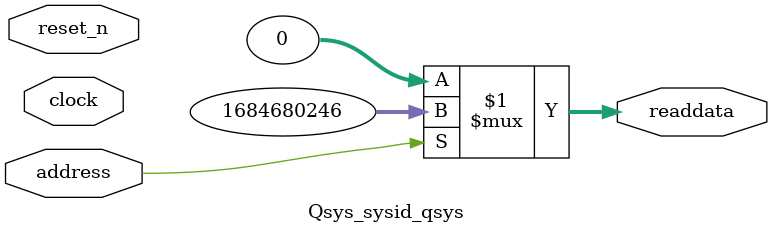
<source format=v>



// synthesis translate_off
`timescale 1ns / 1ps
// synthesis translate_on

// turn off superfluous verilog processor warnings 
// altera message_level Level1 
// altera message_off 10034 10035 10036 10037 10230 10240 10030 

module Qsys_sysid_qsys (
               // inputs:
                address,
                clock,
                reset_n,

               // outputs:
                readdata
             )
;

  output  [ 31: 0] readdata;
  input            address;
  input            clock;
  input            reset_n;

  wire    [ 31: 0] readdata;
  //control_slave, which is an e_avalon_slave
  assign readdata = address ? 1684680246 : 0;

endmodule



</source>
